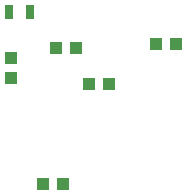
<source format=gbr>
G04 EAGLE Gerber X2 export*
%TF.Part,Single*%
%TF.FileFunction,Paste,Bot*%
%TF.FilePolarity,Positive*%
%TF.GenerationSoftware,Autodesk,EAGLE,8.6.0*%
%TF.CreationDate,2018-05-14T08:47:16Z*%
G75*
%MOMM*%
%FSLAX34Y34*%
%LPD*%
%AMOC8*
5,1,8,0,0,1.08239X$1,22.5*%
G01*
%ADD10R,1.000000X1.100000*%
%ADD11R,1.100000X1.000000*%
%ADD12R,0.800000X1.200000*%


D10*
X191135Y528565D03*
X191135Y511565D03*
D11*
X257248Y506095D03*
X274248Y506095D03*
D12*
X207755Y567690D03*
X189755Y567690D03*
D11*
X229308Y536893D03*
X246308Y536893D03*
X330763Y540068D03*
X313763Y540068D03*
X218513Y421323D03*
X235513Y421323D03*
M02*

</source>
